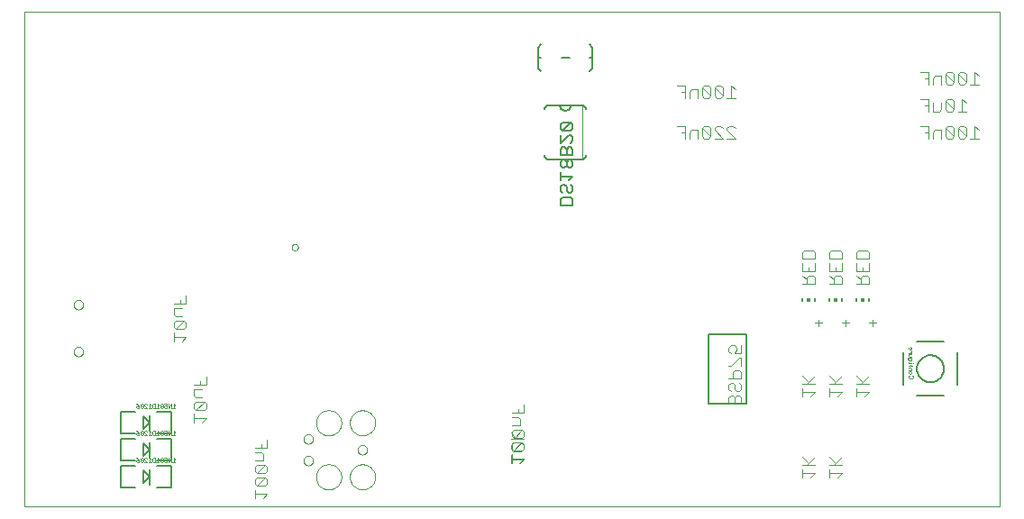
<source format=gbo>
G75*
%MOIN*%
%OFA0B0*%
%FSLAX24Y24*%
%IPPOS*%
%LPD*%
%AMOC8*
5,1,8,0,0,1.08239X$1,22.5*
%
%ADD10C,0.0000*%
%ADD11C,0.0040*%
%ADD12C,0.0080*%
%ADD13C,0.0010*%
%ADD14C,0.0030*%
%ADD15R,0.0059X0.0118*%
%ADD16R,0.0118X0.0118*%
%ADD17C,0.0060*%
%ADD18C,0.0020*%
%ADD19C,0.0050*%
D10*
X003100Y000158D02*
X003100Y018454D01*
X039170Y018454D01*
X039170Y000158D01*
X003100Y000158D01*
X004923Y005892D02*
X004925Y005918D01*
X004931Y005944D01*
X004941Y005969D01*
X004954Y005992D01*
X004970Y006012D01*
X004990Y006030D01*
X005012Y006045D01*
X005035Y006057D01*
X005061Y006065D01*
X005087Y006069D01*
X005113Y006069D01*
X005139Y006065D01*
X005165Y006057D01*
X005189Y006045D01*
X005210Y006030D01*
X005230Y006012D01*
X005246Y005992D01*
X005259Y005969D01*
X005269Y005944D01*
X005275Y005918D01*
X005277Y005892D01*
X005275Y005866D01*
X005269Y005840D01*
X005259Y005815D01*
X005246Y005792D01*
X005230Y005772D01*
X005210Y005754D01*
X005188Y005739D01*
X005165Y005727D01*
X005139Y005719D01*
X005113Y005715D01*
X005087Y005715D01*
X005061Y005719D01*
X005035Y005727D01*
X005011Y005739D01*
X004990Y005754D01*
X004970Y005772D01*
X004954Y005792D01*
X004941Y005815D01*
X004931Y005840D01*
X004925Y005866D01*
X004923Y005892D01*
X004923Y007624D02*
X004925Y007650D01*
X004931Y007676D01*
X004941Y007701D01*
X004954Y007724D01*
X004970Y007744D01*
X004990Y007762D01*
X005012Y007777D01*
X005035Y007789D01*
X005061Y007797D01*
X005087Y007801D01*
X005113Y007801D01*
X005139Y007797D01*
X005165Y007789D01*
X005189Y007777D01*
X005210Y007762D01*
X005230Y007744D01*
X005246Y007724D01*
X005259Y007701D01*
X005269Y007676D01*
X005275Y007650D01*
X005277Y007624D01*
X005275Y007598D01*
X005269Y007572D01*
X005259Y007547D01*
X005246Y007524D01*
X005230Y007504D01*
X005210Y007486D01*
X005188Y007471D01*
X005165Y007459D01*
X005139Y007451D01*
X005113Y007447D01*
X005087Y007447D01*
X005061Y007451D01*
X005035Y007459D01*
X005011Y007471D01*
X004990Y007486D01*
X004970Y007504D01*
X004954Y007524D01*
X004941Y007547D01*
X004931Y007572D01*
X004925Y007598D01*
X004923Y007624D01*
X012982Y009758D02*
X012984Y009779D01*
X012990Y009799D01*
X012999Y009819D01*
X013011Y009836D01*
X013026Y009850D01*
X013044Y009862D01*
X013064Y009870D01*
X013084Y009875D01*
X013105Y009876D01*
X013126Y009873D01*
X013146Y009867D01*
X013165Y009856D01*
X013182Y009843D01*
X013195Y009827D01*
X013206Y009809D01*
X013214Y009789D01*
X013218Y009769D01*
X013218Y009747D01*
X013214Y009727D01*
X013206Y009707D01*
X013195Y009689D01*
X013182Y009673D01*
X013165Y009660D01*
X013146Y009649D01*
X013126Y009643D01*
X013105Y009640D01*
X013084Y009641D01*
X013064Y009646D01*
X013044Y009654D01*
X013026Y009666D01*
X013011Y009680D01*
X012999Y009697D01*
X012990Y009717D01*
X012984Y009737D01*
X012982Y009758D01*
X013883Y003258D02*
X013885Y003301D01*
X013891Y003344D01*
X013901Y003386D01*
X013915Y003427D01*
X013932Y003466D01*
X013953Y003504D01*
X013977Y003539D01*
X014005Y003573D01*
X014035Y003603D01*
X014069Y003631D01*
X014104Y003655D01*
X014142Y003676D01*
X014181Y003693D01*
X014222Y003707D01*
X014264Y003717D01*
X014307Y003723D01*
X014350Y003725D01*
X014393Y003723D01*
X014436Y003717D01*
X014478Y003707D01*
X014519Y003693D01*
X014558Y003676D01*
X014596Y003655D01*
X014631Y003631D01*
X014665Y003603D01*
X014695Y003573D01*
X014723Y003539D01*
X014747Y003504D01*
X014768Y003466D01*
X014785Y003427D01*
X014799Y003386D01*
X014809Y003344D01*
X014815Y003301D01*
X014817Y003258D01*
X014815Y003215D01*
X014809Y003172D01*
X014799Y003130D01*
X014785Y003089D01*
X014768Y003050D01*
X014747Y003012D01*
X014723Y002977D01*
X014695Y002943D01*
X014665Y002913D01*
X014631Y002885D01*
X014596Y002861D01*
X014558Y002840D01*
X014519Y002823D01*
X014478Y002809D01*
X014436Y002799D01*
X014393Y002793D01*
X014350Y002791D01*
X014307Y002793D01*
X014264Y002799D01*
X014222Y002809D01*
X014181Y002823D01*
X014142Y002840D01*
X014104Y002861D01*
X014069Y002885D01*
X014035Y002913D01*
X014005Y002943D01*
X013977Y002977D01*
X013953Y003012D01*
X013932Y003050D01*
X013915Y003089D01*
X013901Y003130D01*
X013891Y003172D01*
X013885Y003215D01*
X013883Y003258D01*
X013425Y002658D02*
X013427Y002684D01*
X013433Y002710D01*
X013442Y002734D01*
X013455Y002757D01*
X013472Y002777D01*
X013491Y002795D01*
X013513Y002810D01*
X013536Y002821D01*
X013561Y002829D01*
X013587Y002833D01*
X013613Y002833D01*
X013639Y002829D01*
X013664Y002821D01*
X013688Y002810D01*
X013709Y002795D01*
X013728Y002777D01*
X013745Y002757D01*
X013758Y002734D01*
X013767Y002710D01*
X013773Y002684D01*
X013775Y002658D01*
X013773Y002632D01*
X013767Y002606D01*
X013758Y002582D01*
X013745Y002559D01*
X013728Y002539D01*
X013709Y002521D01*
X013687Y002506D01*
X013664Y002495D01*
X013639Y002487D01*
X013613Y002483D01*
X013587Y002483D01*
X013561Y002487D01*
X013536Y002495D01*
X013512Y002506D01*
X013491Y002521D01*
X013472Y002539D01*
X013455Y002559D01*
X013442Y002582D01*
X013433Y002606D01*
X013427Y002632D01*
X013425Y002658D01*
X013425Y001858D02*
X013427Y001884D01*
X013433Y001910D01*
X013442Y001934D01*
X013455Y001957D01*
X013472Y001977D01*
X013491Y001995D01*
X013513Y002010D01*
X013536Y002021D01*
X013561Y002029D01*
X013587Y002033D01*
X013613Y002033D01*
X013639Y002029D01*
X013664Y002021D01*
X013688Y002010D01*
X013709Y001995D01*
X013728Y001977D01*
X013745Y001957D01*
X013758Y001934D01*
X013767Y001910D01*
X013773Y001884D01*
X013775Y001858D01*
X013773Y001832D01*
X013767Y001806D01*
X013758Y001782D01*
X013745Y001759D01*
X013728Y001739D01*
X013709Y001721D01*
X013687Y001706D01*
X013664Y001695D01*
X013639Y001687D01*
X013613Y001683D01*
X013587Y001683D01*
X013561Y001687D01*
X013536Y001695D01*
X013512Y001706D01*
X013491Y001721D01*
X013472Y001739D01*
X013455Y001759D01*
X013442Y001782D01*
X013433Y001806D01*
X013427Y001832D01*
X013425Y001858D01*
X013883Y001258D02*
X013885Y001301D01*
X013891Y001344D01*
X013901Y001386D01*
X013915Y001427D01*
X013932Y001466D01*
X013953Y001504D01*
X013977Y001539D01*
X014005Y001573D01*
X014035Y001603D01*
X014069Y001631D01*
X014104Y001655D01*
X014142Y001676D01*
X014181Y001693D01*
X014222Y001707D01*
X014264Y001717D01*
X014307Y001723D01*
X014350Y001725D01*
X014393Y001723D01*
X014436Y001717D01*
X014478Y001707D01*
X014519Y001693D01*
X014558Y001676D01*
X014596Y001655D01*
X014631Y001631D01*
X014665Y001603D01*
X014695Y001573D01*
X014723Y001539D01*
X014747Y001504D01*
X014768Y001466D01*
X014785Y001427D01*
X014799Y001386D01*
X014809Y001344D01*
X014815Y001301D01*
X014817Y001258D01*
X014815Y001215D01*
X014809Y001172D01*
X014799Y001130D01*
X014785Y001089D01*
X014768Y001050D01*
X014747Y001012D01*
X014723Y000977D01*
X014695Y000943D01*
X014665Y000913D01*
X014631Y000885D01*
X014596Y000861D01*
X014558Y000840D01*
X014519Y000823D01*
X014478Y000809D01*
X014436Y000799D01*
X014393Y000793D01*
X014350Y000791D01*
X014307Y000793D01*
X014264Y000799D01*
X014222Y000809D01*
X014181Y000823D01*
X014142Y000840D01*
X014104Y000861D01*
X014069Y000885D01*
X014035Y000913D01*
X014005Y000943D01*
X013977Y000977D01*
X013953Y001012D01*
X013932Y001050D01*
X013915Y001089D01*
X013901Y001130D01*
X013891Y001172D01*
X013885Y001215D01*
X013883Y001258D01*
X015133Y001258D02*
X015135Y001301D01*
X015141Y001344D01*
X015151Y001386D01*
X015165Y001427D01*
X015182Y001466D01*
X015203Y001504D01*
X015227Y001539D01*
X015255Y001573D01*
X015285Y001603D01*
X015319Y001631D01*
X015354Y001655D01*
X015392Y001676D01*
X015431Y001693D01*
X015472Y001707D01*
X015514Y001717D01*
X015557Y001723D01*
X015600Y001725D01*
X015643Y001723D01*
X015686Y001717D01*
X015728Y001707D01*
X015769Y001693D01*
X015808Y001676D01*
X015846Y001655D01*
X015881Y001631D01*
X015915Y001603D01*
X015945Y001573D01*
X015973Y001539D01*
X015997Y001504D01*
X016018Y001466D01*
X016035Y001427D01*
X016049Y001386D01*
X016059Y001344D01*
X016065Y001301D01*
X016067Y001258D01*
X016065Y001215D01*
X016059Y001172D01*
X016049Y001130D01*
X016035Y001089D01*
X016018Y001050D01*
X015997Y001012D01*
X015973Y000977D01*
X015945Y000943D01*
X015915Y000913D01*
X015881Y000885D01*
X015846Y000861D01*
X015808Y000840D01*
X015769Y000823D01*
X015728Y000809D01*
X015686Y000799D01*
X015643Y000793D01*
X015600Y000791D01*
X015557Y000793D01*
X015514Y000799D01*
X015472Y000809D01*
X015431Y000823D01*
X015392Y000840D01*
X015354Y000861D01*
X015319Y000885D01*
X015285Y000913D01*
X015255Y000943D01*
X015227Y000977D01*
X015203Y001012D01*
X015182Y001050D01*
X015165Y001089D01*
X015151Y001130D01*
X015141Y001172D01*
X015135Y001215D01*
X015133Y001258D01*
X015425Y002258D02*
X015427Y002284D01*
X015433Y002310D01*
X015442Y002334D01*
X015455Y002357D01*
X015472Y002377D01*
X015491Y002395D01*
X015513Y002410D01*
X015536Y002421D01*
X015561Y002429D01*
X015587Y002433D01*
X015613Y002433D01*
X015639Y002429D01*
X015664Y002421D01*
X015688Y002410D01*
X015709Y002395D01*
X015728Y002377D01*
X015745Y002357D01*
X015758Y002334D01*
X015767Y002310D01*
X015773Y002284D01*
X015775Y002258D01*
X015773Y002232D01*
X015767Y002206D01*
X015758Y002182D01*
X015745Y002159D01*
X015728Y002139D01*
X015709Y002121D01*
X015687Y002106D01*
X015664Y002095D01*
X015639Y002087D01*
X015613Y002083D01*
X015587Y002083D01*
X015561Y002087D01*
X015536Y002095D01*
X015512Y002106D01*
X015491Y002121D01*
X015472Y002139D01*
X015455Y002159D01*
X015442Y002182D01*
X015433Y002206D01*
X015427Y002232D01*
X015425Y002258D01*
X015133Y003258D02*
X015135Y003301D01*
X015141Y003344D01*
X015151Y003386D01*
X015165Y003427D01*
X015182Y003466D01*
X015203Y003504D01*
X015227Y003539D01*
X015255Y003573D01*
X015285Y003603D01*
X015319Y003631D01*
X015354Y003655D01*
X015392Y003676D01*
X015431Y003693D01*
X015472Y003707D01*
X015514Y003717D01*
X015557Y003723D01*
X015600Y003725D01*
X015643Y003723D01*
X015686Y003717D01*
X015728Y003707D01*
X015769Y003693D01*
X015808Y003676D01*
X015846Y003655D01*
X015881Y003631D01*
X015915Y003603D01*
X015945Y003573D01*
X015973Y003539D01*
X015997Y003504D01*
X016018Y003466D01*
X016035Y003427D01*
X016049Y003386D01*
X016059Y003344D01*
X016065Y003301D01*
X016067Y003258D01*
X016065Y003215D01*
X016059Y003172D01*
X016049Y003130D01*
X016035Y003089D01*
X016018Y003050D01*
X015997Y003012D01*
X015973Y002977D01*
X015945Y002943D01*
X015915Y002913D01*
X015881Y002885D01*
X015846Y002861D01*
X015808Y002840D01*
X015769Y002823D01*
X015728Y002809D01*
X015686Y002799D01*
X015643Y002793D01*
X015600Y002791D01*
X015557Y002793D01*
X015514Y002799D01*
X015472Y002809D01*
X015431Y002823D01*
X015392Y002840D01*
X015354Y002861D01*
X015319Y002885D01*
X015285Y002913D01*
X015255Y002943D01*
X015227Y002977D01*
X015203Y003012D01*
X015182Y003050D01*
X015165Y003089D01*
X015151Y003130D01*
X015141Y003172D01*
X015135Y003215D01*
X015133Y003258D01*
D11*
X012080Y002625D02*
X012080Y002318D01*
X011620Y002318D01*
X011620Y002164D02*
X011850Y002164D01*
X011927Y002087D01*
X011927Y001857D01*
X011620Y001857D01*
X011697Y001704D02*
X011620Y001627D01*
X011620Y001474D01*
X011697Y001397D01*
X012004Y001704D01*
X011697Y001704D01*
X012004Y001704D02*
X012080Y001627D01*
X012080Y001474D01*
X012004Y001397D01*
X011697Y001397D01*
X011697Y001243D02*
X011620Y001167D01*
X011620Y001013D01*
X011697Y000936D01*
X012004Y001243D01*
X011697Y001243D01*
X011697Y000936D02*
X012004Y000936D01*
X012080Y001013D01*
X012080Y001167D01*
X012004Y001243D01*
X011620Y000783D02*
X011620Y000476D01*
X011620Y000630D02*
X012080Y000630D01*
X011927Y000476D01*
X011850Y002318D02*
X011850Y002471D01*
X009830Y003431D02*
X009677Y003278D01*
X009830Y003431D02*
X009370Y003431D01*
X009370Y003278D02*
X009370Y003585D01*
X009447Y003738D02*
X009754Y004045D01*
X009447Y004045D01*
X009370Y003969D01*
X009370Y003815D01*
X009447Y003738D01*
X009754Y003738D01*
X009830Y003815D01*
X009830Y003969D01*
X009754Y004045D01*
X009677Y004199D02*
X009447Y004199D01*
X009370Y004276D01*
X009370Y004506D01*
X009677Y004506D01*
X009600Y004659D02*
X009600Y004813D01*
X009830Y004659D02*
X009830Y004966D01*
X009830Y004659D02*
X009370Y004659D01*
X008927Y006278D02*
X009080Y006431D01*
X008620Y006431D01*
X008620Y006278D02*
X008620Y006585D01*
X008697Y006738D02*
X008620Y006815D01*
X008620Y006969D01*
X008697Y007045D01*
X009004Y007045D01*
X008697Y006738D01*
X009004Y006738D01*
X009080Y006815D01*
X009080Y006969D01*
X009004Y007045D01*
X008927Y007199D02*
X008697Y007199D01*
X008620Y007276D01*
X008620Y007506D01*
X008927Y007506D01*
X008850Y007659D02*
X008850Y007813D01*
X009080Y007659D02*
X009080Y007966D01*
X009080Y007659D02*
X008620Y007659D01*
X021120Y003620D02*
X021580Y003620D01*
X021580Y003927D01*
X021350Y003773D02*
X021350Y003620D01*
X021350Y003466D02*
X021120Y003466D01*
X021350Y003466D02*
X021427Y003389D01*
X021427Y003159D01*
X021120Y003159D01*
X021197Y003006D02*
X021120Y002929D01*
X021120Y002776D01*
X021197Y002699D01*
X021504Y003006D01*
X021197Y003006D01*
X021095Y002904D02*
X021248Y002674D01*
X021402Y002904D01*
X021504Y003006D02*
X021580Y002929D01*
X021580Y002776D01*
X021504Y002699D01*
X021197Y002699D01*
X021095Y002674D02*
X021555Y002674D01*
X021504Y002545D02*
X021197Y002238D01*
X021120Y002315D01*
X021120Y002469D01*
X021197Y002545D01*
X021504Y002545D01*
X021580Y002469D01*
X021580Y002315D01*
X021504Y002238D01*
X021197Y002238D01*
X021172Y002213D02*
X021479Y002520D01*
X021172Y002520D01*
X021095Y002444D01*
X021095Y002290D01*
X021172Y002213D01*
X021479Y002213D01*
X021555Y002290D01*
X021555Y002444D01*
X021479Y002520D01*
X021120Y002085D02*
X021120Y001778D01*
X021095Y001753D02*
X021095Y002060D01*
X021120Y001931D02*
X021580Y001931D01*
X021427Y001778D01*
X021402Y001753D02*
X021555Y001906D01*
X021095Y001906D01*
X029140Y003976D02*
X029140Y004206D01*
X029217Y004283D01*
X029293Y004283D01*
X029370Y004206D01*
X029370Y003976D01*
X029140Y003976D02*
X029600Y003976D01*
X029600Y004206D01*
X029524Y004283D01*
X029447Y004283D01*
X029370Y004206D01*
X029447Y004436D02*
X029370Y004513D01*
X029370Y004667D01*
X029293Y004743D01*
X029217Y004743D01*
X029140Y004667D01*
X029140Y004513D01*
X029217Y004436D01*
X029447Y004436D02*
X029524Y004436D01*
X029600Y004513D01*
X029600Y004667D01*
X029524Y004743D01*
X029600Y004897D02*
X029600Y005127D01*
X029524Y005204D01*
X029370Y005204D01*
X029293Y005127D01*
X029293Y004897D01*
X029140Y004897D02*
X029600Y004897D01*
X029600Y005357D02*
X029600Y005664D01*
X029524Y005664D01*
X029217Y005357D01*
X029140Y005357D01*
X029217Y005818D02*
X029140Y005894D01*
X029140Y006048D01*
X029217Y006125D01*
X029370Y006125D01*
X029447Y006048D01*
X029447Y005971D01*
X029370Y005818D01*
X029600Y005818D01*
X029600Y006125D01*
X031870Y005000D02*
X032100Y004769D01*
X032023Y004693D02*
X032330Y005000D01*
X032330Y004693D02*
X031870Y004693D01*
X031870Y004539D02*
X031870Y004232D01*
X031870Y004386D02*
X032330Y004386D01*
X032177Y004232D01*
X032870Y004232D02*
X032870Y004539D01*
X032870Y004386D02*
X033330Y004386D01*
X033177Y004232D01*
X033330Y004693D02*
X032870Y004693D01*
X033023Y004693D02*
X033330Y005000D01*
X033100Y004769D02*
X032870Y005000D01*
X033870Y005000D02*
X034100Y004769D01*
X034023Y004693D02*
X034330Y005000D01*
X034330Y004693D02*
X033870Y004693D01*
X033870Y004539D02*
X033870Y004232D01*
X033870Y004386D02*
X034330Y004386D01*
X034177Y004232D01*
X033330Y002000D02*
X033023Y001693D01*
X033100Y001769D02*
X032870Y002000D01*
X032870Y001693D02*
X033330Y001693D01*
X033330Y001386D02*
X032870Y001386D01*
X032870Y001539D02*
X032870Y001232D01*
X033177Y001232D02*
X033330Y001386D01*
X032330Y001386D02*
X031870Y001386D01*
X031870Y001539D02*
X031870Y001232D01*
X032177Y001232D02*
X032330Y001386D01*
X032330Y001693D02*
X031870Y001693D01*
X032023Y001693D02*
X032330Y002000D01*
X032100Y001769D02*
X031870Y002000D01*
X031870Y008403D02*
X032330Y008403D01*
X032330Y008633D01*
X032254Y008710D01*
X032100Y008710D01*
X032023Y008633D01*
X032023Y008403D01*
X032023Y008556D02*
X031870Y008710D01*
X031870Y008863D02*
X031870Y009170D01*
X031870Y009324D02*
X031870Y009554D01*
X031947Y009631D01*
X032254Y009631D01*
X032330Y009554D01*
X032330Y009324D01*
X031870Y009324D01*
X032100Y009017D02*
X032100Y008863D01*
X032330Y008863D02*
X031870Y008863D01*
X032330Y008863D02*
X032330Y009170D01*
X032870Y009170D02*
X032870Y008863D01*
X033330Y008863D01*
X033330Y009170D01*
X033330Y009324D02*
X033330Y009554D01*
X033254Y009631D01*
X032947Y009631D01*
X032870Y009554D01*
X032870Y009324D01*
X033330Y009324D01*
X033100Y009017D02*
X033100Y008863D01*
X033100Y008710D02*
X033023Y008633D01*
X033023Y008403D01*
X032870Y008403D02*
X033330Y008403D01*
X033330Y008633D01*
X033254Y008710D01*
X033100Y008710D01*
X033023Y008556D02*
X032870Y008710D01*
X033870Y008710D02*
X034023Y008556D01*
X034023Y008633D02*
X034023Y008403D01*
X033870Y008403D02*
X034330Y008403D01*
X034330Y008633D01*
X034254Y008710D01*
X034100Y008710D01*
X034023Y008633D01*
X034100Y008863D02*
X034100Y009017D01*
X033870Y008863D02*
X033870Y009170D01*
X033870Y009324D02*
X033870Y009554D01*
X033947Y009631D01*
X034254Y009631D01*
X034330Y009554D01*
X034330Y009324D01*
X033870Y009324D01*
X033870Y008863D02*
X034330Y008863D01*
X034330Y009170D01*
X036540Y013778D02*
X036540Y014238D01*
X036233Y014238D01*
X036387Y014008D02*
X036540Y014008D01*
X036694Y014008D02*
X036694Y013778D01*
X036694Y014008D02*
X036771Y014085D01*
X037001Y014085D01*
X037001Y013778D01*
X037154Y013855D02*
X037154Y014162D01*
X037461Y013855D01*
X037384Y013778D01*
X037231Y013778D01*
X037154Y013855D01*
X037154Y014162D02*
X037231Y014238D01*
X037384Y014238D01*
X037461Y014162D01*
X037461Y013855D01*
X037615Y013855D02*
X037615Y014162D01*
X037922Y013855D01*
X037845Y013778D01*
X037691Y013778D01*
X037615Y013855D01*
X037922Y013855D02*
X037922Y014162D01*
X037845Y014238D01*
X037691Y014238D01*
X037615Y014162D01*
X038075Y013778D02*
X038382Y013778D01*
X038229Y013778D02*
X038229Y014238D01*
X038382Y014085D01*
X037922Y014778D02*
X037615Y014778D01*
X037768Y014778D02*
X037768Y015238D01*
X037922Y015085D01*
X037461Y015162D02*
X037461Y014855D01*
X037154Y015162D01*
X037154Y014855D01*
X037231Y014778D01*
X037384Y014778D01*
X037461Y014855D01*
X037461Y015162D02*
X037384Y015238D01*
X037231Y015238D01*
X037154Y015162D01*
X037001Y015085D02*
X037001Y014855D01*
X036924Y014778D01*
X036694Y014778D01*
X036694Y015085D01*
X036540Y015008D02*
X036387Y015008D01*
X036540Y014778D02*
X036540Y015238D01*
X036233Y015238D01*
X036540Y015778D02*
X036540Y016238D01*
X036233Y016238D01*
X036387Y016008D02*
X036540Y016008D01*
X036694Y016008D02*
X036694Y015778D01*
X036694Y016008D02*
X036771Y016085D01*
X037001Y016085D01*
X037001Y015778D01*
X037154Y015855D02*
X037154Y016162D01*
X037461Y015855D01*
X037384Y015778D01*
X037231Y015778D01*
X037154Y015855D01*
X037154Y016162D02*
X037231Y016238D01*
X037384Y016238D01*
X037461Y016162D01*
X037461Y015855D01*
X037615Y015855D02*
X037615Y016162D01*
X037922Y015855D01*
X037845Y015778D01*
X037691Y015778D01*
X037615Y015855D01*
X037922Y015855D02*
X037922Y016162D01*
X037845Y016238D01*
X037691Y016238D01*
X037615Y016162D01*
X038075Y015778D02*
X038382Y015778D01*
X038229Y015778D02*
X038229Y016238D01*
X038382Y016085D01*
X029382Y015585D02*
X029229Y015738D01*
X029229Y015278D01*
X029382Y015278D02*
X029075Y015278D01*
X028922Y015355D02*
X028615Y015662D01*
X028615Y015355D01*
X028691Y015278D01*
X028845Y015278D01*
X028922Y015355D01*
X028922Y015662D01*
X028845Y015738D01*
X028691Y015738D01*
X028615Y015662D01*
X028461Y015662D02*
X028384Y015738D01*
X028231Y015738D01*
X028154Y015662D01*
X028461Y015355D01*
X028384Y015278D01*
X028231Y015278D01*
X028154Y015355D01*
X028154Y015662D01*
X028001Y015585D02*
X027771Y015585D01*
X027694Y015508D01*
X027694Y015278D01*
X027540Y015278D02*
X027540Y015738D01*
X027233Y015738D01*
X027387Y015508D02*
X027540Y015508D01*
X028001Y015585D02*
X028001Y015278D01*
X028461Y015355D02*
X028461Y015662D01*
X028384Y014238D02*
X028231Y014238D01*
X028154Y014162D01*
X028461Y013855D01*
X028384Y013778D01*
X028231Y013778D01*
X028154Y013855D01*
X028154Y014162D01*
X028001Y014085D02*
X027771Y014085D01*
X027694Y014008D01*
X027694Y013778D01*
X027540Y013778D02*
X027540Y014238D01*
X027233Y014238D01*
X027387Y014008D02*
X027540Y014008D01*
X028001Y014085D02*
X028001Y013778D01*
X028461Y013855D02*
X028461Y014162D01*
X028384Y014238D01*
X028615Y014162D02*
X028691Y014238D01*
X028845Y014238D01*
X028922Y014162D01*
X029075Y014162D02*
X029152Y014238D01*
X029305Y014238D01*
X029382Y014162D01*
X029075Y014162D02*
X029075Y014085D01*
X029382Y013778D01*
X029075Y013778D01*
X028922Y013778D02*
X028615Y014085D01*
X028615Y014162D01*
X028615Y013778D02*
X028922Y013778D01*
D12*
X024100Y016368D02*
X023990Y016258D01*
X024100Y016368D02*
X024100Y016758D01*
X024100Y017148D01*
X023990Y017258D01*
X024000Y016758D02*
X024100Y016758D01*
X023250Y016758D02*
X022950Y016758D01*
X022200Y016758D02*
X022100Y016758D01*
X022100Y017148D01*
X022210Y017258D01*
X022100Y016758D02*
X022100Y016368D01*
X022210Y016258D01*
X028400Y006548D02*
X028400Y003968D01*
X029800Y003968D01*
X029800Y006548D01*
X028400Y006548D01*
X035600Y005864D02*
X035600Y004652D01*
X036112Y004258D02*
X037100Y004258D01*
X037600Y004652D02*
X037600Y005864D01*
X037088Y006258D02*
X036112Y006258D01*
X036100Y005258D02*
X036102Y005302D01*
X036108Y005346D01*
X036118Y005389D01*
X036131Y005431D01*
X036148Y005472D01*
X036169Y005511D01*
X036193Y005548D01*
X036220Y005583D01*
X036250Y005615D01*
X036283Y005645D01*
X036319Y005671D01*
X036356Y005695D01*
X036396Y005714D01*
X036437Y005731D01*
X036480Y005743D01*
X036523Y005752D01*
X036567Y005757D01*
X036611Y005758D01*
X036655Y005755D01*
X036699Y005748D01*
X036742Y005737D01*
X036784Y005723D01*
X036824Y005705D01*
X036863Y005683D01*
X036899Y005659D01*
X036933Y005631D01*
X036965Y005600D01*
X036994Y005566D01*
X037020Y005530D01*
X037042Y005492D01*
X037061Y005452D01*
X037076Y005410D01*
X037088Y005368D01*
X037096Y005324D01*
X037100Y005280D01*
X037100Y005236D01*
X037096Y005192D01*
X037088Y005148D01*
X037076Y005106D01*
X037061Y005064D01*
X037042Y005024D01*
X037020Y004986D01*
X036994Y004950D01*
X036965Y004916D01*
X036933Y004885D01*
X036899Y004857D01*
X036863Y004833D01*
X036824Y004811D01*
X036784Y004793D01*
X036742Y004779D01*
X036699Y004768D01*
X036655Y004761D01*
X036611Y004758D01*
X036567Y004759D01*
X036523Y004764D01*
X036480Y004773D01*
X036437Y004785D01*
X036396Y004802D01*
X036356Y004821D01*
X036319Y004845D01*
X036283Y004871D01*
X036250Y004901D01*
X036220Y004933D01*
X036193Y004968D01*
X036169Y005005D01*
X036148Y005044D01*
X036131Y005085D01*
X036118Y005127D01*
X036108Y005170D01*
X036102Y005214D01*
X036100Y005258D01*
X008545Y003652D02*
X008545Y002864D01*
X007994Y002864D01*
X007994Y002652D02*
X008545Y002652D01*
X008545Y001864D01*
X007994Y001864D01*
X007994Y001652D02*
X008545Y001652D01*
X008545Y000864D01*
X007994Y000864D01*
X007718Y000982D02*
X007718Y001258D01*
X007482Y001494D01*
X007482Y001022D01*
X007718Y001258D01*
X007718Y001534D01*
X007718Y001982D02*
X007718Y002258D01*
X007482Y002494D01*
X007482Y002022D01*
X007718Y002258D01*
X007718Y002534D01*
X007718Y002982D02*
X007718Y003258D01*
X007482Y003494D01*
X007482Y003022D01*
X007718Y003258D01*
X007718Y003534D01*
X007994Y003652D02*
X008545Y003652D01*
X007206Y003652D02*
X006655Y003652D01*
X006655Y002864D01*
X007206Y002864D01*
X007206Y002652D02*
X006655Y002652D01*
X006655Y001864D01*
X007206Y001864D01*
X007206Y001652D02*
X006655Y001652D01*
X006655Y000864D01*
X007206Y000864D01*
D13*
X007267Y001803D02*
X007242Y001828D01*
X007242Y001853D01*
X007267Y001878D01*
X007342Y001878D01*
X007342Y001828D01*
X007317Y001803D01*
X007267Y001803D01*
X007342Y001878D02*
X007292Y001928D01*
X007242Y001953D01*
X007390Y001928D02*
X007490Y001828D01*
X007465Y001803D01*
X007415Y001803D01*
X007390Y001828D01*
X007390Y001928D01*
X007415Y001953D01*
X007465Y001953D01*
X007490Y001928D01*
X007490Y001828D01*
X007537Y001803D02*
X007637Y001803D01*
X007537Y001903D01*
X007537Y001928D01*
X007562Y001953D01*
X007612Y001953D01*
X007637Y001928D01*
X007734Y001953D02*
X007734Y001803D01*
X007784Y001803D02*
X007684Y001803D01*
X007784Y001903D02*
X007734Y001953D01*
X007832Y001928D02*
X007857Y001953D01*
X007932Y001953D01*
X007932Y001803D01*
X007857Y001803D01*
X007832Y001828D01*
X007832Y001928D01*
X007979Y001803D02*
X008079Y001803D01*
X008029Y001803D02*
X008029Y001953D01*
X008079Y001903D01*
X008126Y001903D02*
X008151Y001878D01*
X008201Y001878D01*
X008226Y001903D01*
X008226Y001928D01*
X008201Y001953D01*
X008151Y001953D01*
X008126Y001928D01*
X008126Y001903D01*
X008151Y001878D02*
X008126Y001853D01*
X008126Y001828D01*
X008151Y001803D01*
X008201Y001803D01*
X008226Y001828D01*
X008226Y001853D01*
X008201Y001878D01*
X008274Y001878D02*
X008274Y001828D01*
X008299Y001803D01*
X008349Y001803D01*
X008374Y001828D01*
X008374Y001878D02*
X008324Y001903D01*
X008299Y001903D01*
X008274Y001878D01*
X008274Y001953D02*
X008374Y001953D01*
X008374Y001878D01*
X008421Y001803D02*
X008421Y001953D01*
X008521Y001953D02*
X008421Y001803D01*
X008521Y001803D02*
X008521Y001953D01*
X008618Y001953D02*
X008618Y001803D01*
X008668Y001803D02*
X008568Y001803D01*
X008668Y001903D02*
X008618Y001953D01*
X008618Y002803D02*
X008618Y002953D01*
X008668Y002903D01*
X008668Y002803D02*
X008568Y002803D01*
X008521Y002803D02*
X008521Y002953D01*
X008421Y002803D01*
X008421Y002953D01*
X008374Y002953D02*
X008374Y002878D01*
X008324Y002903D01*
X008299Y002903D01*
X008274Y002878D01*
X008274Y002828D01*
X008299Y002803D01*
X008349Y002803D01*
X008374Y002828D01*
X008374Y002953D02*
X008274Y002953D01*
X008226Y002928D02*
X008226Y002903D01*
X008201Y002878D01*
X008151Y002878D01*
X008126Y002853D01*
X008126Y002828D01*
X008151Y002803D01*
X008201Y002803D01*
X008226Y002828D01*
X008226Y002853D01*
X008201Y002878D01*
X008151Y002878D02*
X008126Y002903D01*
X008126Y002928D01*
X008151Y002953D01*
X008201Y002953D01*
X008226Y002928D01*
X008079Y002903D02*
X008029Y002953D01*
X008029Y002803D01*
X008079Y002803D02*
X007979Y002803D01*
X007932Y002803D02*
X007857Y002803D01*
X007832Y002828D01*
X007832Y002928D01*
X007857Y002953D01*
X007932Y002953D01*
X007932Y002803D01*
X007784Y002803D02*
X007684Y002803D01*
X007637Y002803D02*
X007537Y002903D01*
X007537Y002928D01*
X007562Y002953D01*
X007612Y002953D01*
X007637Y002928D01*
X007734Y002953D02*
X007734Y002803D01*
X007637Y002803D02*
X007537Y002803D01*
X007490Y002828D02*
X007390Y002928D01*
X007390Y002828D01*
X007415Y002803D01*
X007465Y002803D01*
X007490Y002828D01*
X007490Y002928D01*
X007465Y002953D01*
X007415Y002953D01*
X007390Y002928D01*
X007342Y002878D02*
X007267Y002878D01*
X007242Y002853D01*
X007242Y002828D01*
X007267Y002803D01*
X007317Y002803D01*
X007342Y002828D01*
X007342Y002878D01*
X007292Y002928D01*
X007242Y002953D01*
X007734Y002953D02*
X007784Y002903D01*
X007784Y003803D02*
X007684Y003803D01*
X007637Y003803D02*
X007537Y003903D01*
X007537Y003928D01*
X007562Y003953D01*
X007612Y003953D01*
X007637Y003928D01*
X007734Y003953D02*
X007734Y003803D01*
X007637Y003803D02*
X007537Y003803D01*
X007490Y003828D02*
X007390Y003928D01*
X007390Y003828D01*
X007415Y003803D01*
X007465Y003803D01*
X007490Y003828D01*
X007490Y003928D01*
X007465Y003953D01*
X007415Y003953D01*
X007390Y003928D01*
X007342Y003878D02*
X007267Y003878D01*
X007242Y003853D01*
X007242Y003828D01*
X007267Y003803D01*
X007317Y003803D01*
X007342Y003828D01*
X007342Y003878D01*
X007292Y003928D01*
X007242Y003953D01*
X007734Y003953D02*
X007784Y003903D01*
X007832Y003928D02*
X007857Y003953D01*
X007932Y003953D01*
X007932Y003803D01*
X007857Y003803D01*
X007832Y003828D01*
X007832Y003928D01*
X007979Y003803D02*
X008079Y003803D01*
X008029Y003803D02*
X008029Y003953D01*
X008079Y003903D01*
X008126Y003903D02*
X008151Y003878D01*
X008201Y003878D01*
X008226Y003903D01*
X008226Y003928D01*
X008201Y003953D01*
X008151Y003953D01*
X008126Y003928D01*
X008126Y003903D01*
X008151Y003878D02*
X008126Y003853D01*
X008126Y003828D01*
X008151Y003803D01*
X008201Y003803D01*
X008226Y003828D01*
X008226Y003853D01*
X008201Y003878D01*
X008274Y003878D02*
X008274Y003828D01*
X008299Y003803D01*
X008349Y003803D01*
X008374Y003828D01*
X008374Y003878D02*
X008324Y003903D01*
X008299Y003903D01*
X008274Y003878D01*
X008274Y003953D02*
X008374Y003953D01*
X008374Y003878D01*
X008421Y003803D02*
X008421Y003953D01*
X008521Y003953D02*
X008421Y003803D01*
X008521Y003803D02*
X008521Y003953D01*
X008618Y003953D02*
X008618Y003803D01*
X008668Y003803D02*
X008568Y003803D01*
X008668Y003903D02*
X008618Y003953D01*
X035755Y005601D02*
X035755Y005627D01*
X035780Y005652D01*
X035905Y005652D01*
X035905Y005576D01*
X035880Y005551D01*
X035830Y005551D01*
X035805Y005576D01*
X035805Y005652D01*
X035830Y005699D02*
X035805Y005724D01*
X035805Y005799D01*
X035905Y005799D01*
X035905Y005846D02*
X035805Y005846D01*
X035855Y005846D02*
X035905Y005896D01*
X035905Y005921D01*
X035880Y005969D02*
X035905Y005994D01*
X035905Y006044D01*
X035880Y006069D01*
X035855Y006069D01*
X035855Y005969D01*
X035830Y005969D02*
X035880Y005969D01*
X035830Y005969D02*
X035805Y005994D01*
X035805Y006044D01*
X035830Y005699D02*
X035905Y005699D01*
X035805Y005503D02*
X035805Y005453D01*
X035805Y005478D02*
X035905Y005478D01*
X035905Y005453D01*
X035880Y005405D02*
X035880Y005355D01*
X035880Y005308D02*
X035805Y005308D01*
X035805Y005380D02*
X035930Y005380D01*
X035955Y005405D01*
X035955Y005478D02*
X035980Y005478D01*
X035880Y005308D02*
X035905Y005283D01*
X035905Y005208D01*
X035805Y005208D01*
X035830Y005160D02*
X035880Y005160D01*
X035905Y005135D01*
X035905Y005085D01*
X035880Y005060D01*
X035830Y005060D01*
X035805Y005085D01*
X035805Y005135D01*
X035830Y005160D01*
X035830Y005013D02*
X035805Y004988D01*
X035805Y004938D01*
X035830Y004913D01*
X035930Y004913D01*
X035955Y004938D01*
X035955Y004988D01*
X035930Y005013D01*
D14*
X034462Y006835D02*
X034462Y007082D01*
X034585Y006958D02*
X034338Y006958D01*
X033585Y006958D02*
X033338Y006958D01*
X033462Y006835D02*
X033462Y007082D01*
X032585Y006958D02*
X032338Y006958D01*
X032462Y006835D02*
X032462Y007082D01*
D15*
X032336Y007817D03*
X031864Y007817D03*
X032864Y007817D03*
X033336Y007817D03*
X033864Y007817D03*
X034336Y007817D03*
D16*
X034100Y007817D03*
X033100Y007817D03*
X032100Y007817D03*
D17*
X023720Y013008D02*
X022480Y013008D01*
X022457Y013010D01*
X022434Y013015D01*
X022412Y013024D01*
X022392Y013037D01*
X022374Y013052D01*
X022359Y013070D01*
X022346Y013090D01*
X022337Y013112D01*
X022332Y013135D01*
X022330Y013158D01*
X023720Y013008D02*
X023743Y013010D01*
X023766Y013015D01*
X023788Y013024D01*
X023808Y013037D01*
X023826Y013052D01*
X023841Y013070D01*
X023854Y013090D01*
X023863Y013112D01*
X023868Y013135D01*
X023870Y013158D01*
X023870Y014858D02*
X023868Y014881D01*
X023863Y014904D01*
X023854Y014926D01*
X023841Y014946D01*
X023826Y014964D01*
X023808Y014979D01*
X023788Y014992D01*
X023766Y015001D01*
X023743Y015006D01*
X023720Y015008D01*
X023300Y015008D01*
X022900Y015008D01*
X022480Y015008D01*
X022457Y015006D01*
X022434Y015001D01*
X022412Y014992D01*
X022392Y014979D01*
X022374Y014964D01*
X022359Y014946D01*
X022346Y014926D01*
X022337Y014904D01*
X022332Y014881D01*
X022330Y014858D01*
X022900Y015008D02*
X022902Y014981D01*
X022907Y014954D01*
X022917Y014928D01*
X022929Y014904D01*
X022945Y014882D01*
X022963Y014862D01*
X022985Y014845D01*
X023008Y014830D01*
X023033Y014820D01*
X023059Y014812D01*
X023086Y014808D01*
X023114Y014808D01*
X023141Y014812D01*
X023167Y014820D01*
X023192Y014830D01*
X023215Y014845D01*
X023237Y014862D01*
X023255Y014882D01*
X023271Y014904D01*
X023283Y014928D01*
X023293Y014954D01*
X023298Y014981D01*
X023300Y015008D01*
D18*
X023730Y015008D02*
X023730Y013008D01*
D19*
X023375Y012917D02*
X023375Y012767D01*
X023300Y012691D01*
X023225Y012691D01*
X023150Y012767D01*
X023150Y012917D01*
X023075Y012992D01*
X023000Y012992D01*
X022925Y012917D01*
X022925Y012767D01*
X023000Y012691D01*
X023075Y012691D01*
X023150Y012767D01*
X023150Y012917D02*
X023225Y012992D01*
X023300Y012992D01*
X023375Y012917D01*
X023375Y013152D02*
X023375Y013377D01*
X023300Y013452D01*
X023225Y013452D01*
X023150Y013377D01*
X023150Y013152D01*
X022925Y013152D02*
X023375Y013152D01*
X023150Y013377D02*
X023075Y013452D01*
X023000Y013452D01*
X022925Y013377D01*
X022925Y013152D01*
X022925Y012531D02*
X022925Y012231D01*
X022925Y012381D02*
X023375Y012381D01*
X023225Y012231D01*
X023300Y012071D02*
X023375Y011996D01*
X023375Y011846D01*
X023300Y011771D01*
X023225Y011771D01*
X023150Y011846D01*
X023150Y011996D01*
X023075Y012071D01*
X023000Y012071D01*
X022925Y011996D01*
X022925Y011846D01*
X023000Y011771D01*
X023000Y011611D02*
X023300Y011611D01*
X023375Y011535D01*
X023375Y011310D01*
X022925Y011310D01*
X022925Y011535D01*
X023000Y011611D01*
X022925Y013612D02*
X023225Y013912D01*
X023300Y013912D01*
X023375Y013837D01*
X023375Y013687D01*
X023300Y013612D01*
X022925Y013612D02*
X022925Y013912D01*
X023000Y014073D02*
X023300Y014373D01*
X023000Y014373D01*
X022925Y014298D01*
X022925Y014148D01*
X023000Y014073D01*
X023300Y014073D01*
X023375Y014148D01*
X023375Y014298D01*
X023300Y014373D01*
M02*

</source>
